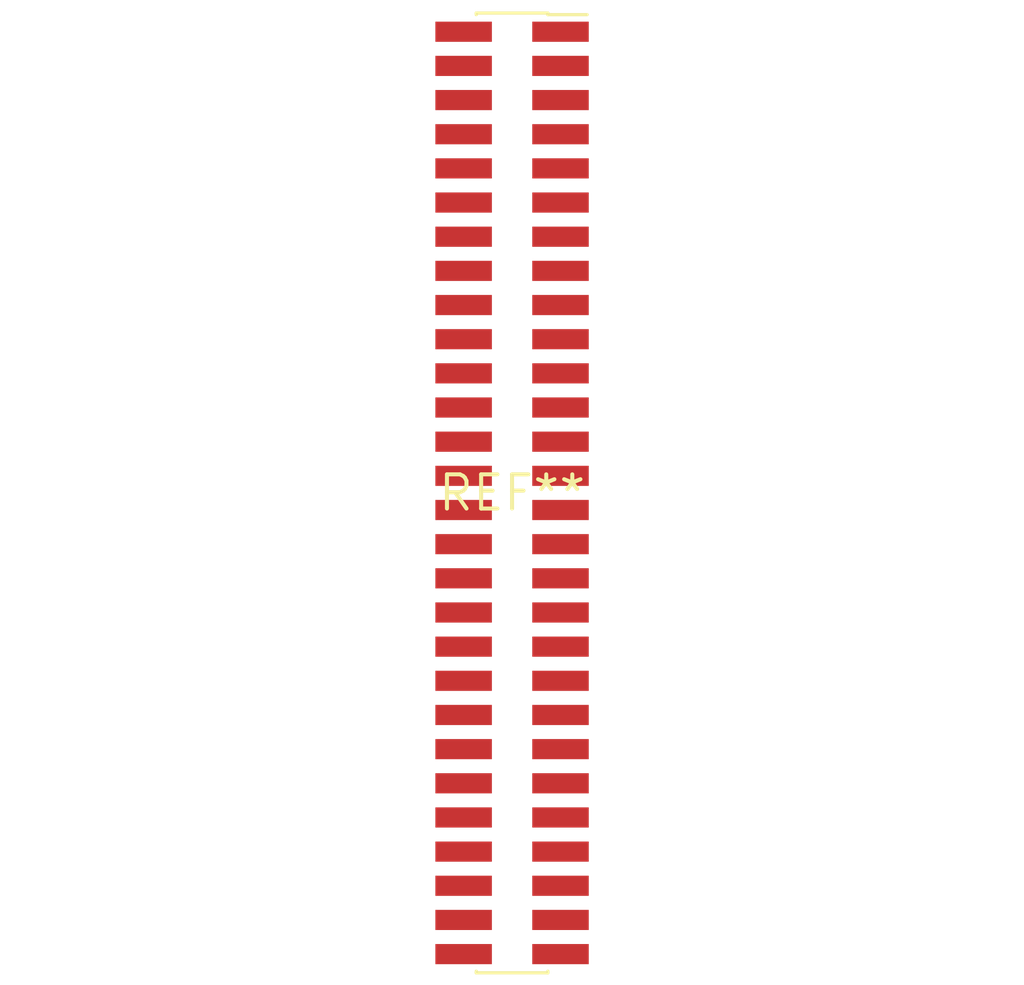
<source format=kicad_pcb>
(kicad_pcb (version 20240108) (generator pcbnew)
  (layers (0 "F.Cu" signal) (31 "B.Cu" signal) (34 "B.Paste" user) (35 "F.Paste" user) (36 "B.SilkS" user "B.Silkscreen") (37 "F.SilkS" user "F.Silkscreen") (38 "B.Mask" user) (39 "F.Mask" user) (44 "Edge.Cuts" user))
  (net 0 "")
  (footprint "PinSocket_2x28_P1.27mm_Vertical_SMD" (layer "F.Cu") (at 0 0)
    (property "Reference" "REF**")
    (property "Value" "PinSocket_2x28_P1.27mm_Vertical_SMD")
    (fp_line (start -1.33 -17.84) (end -1.33 -17.78) (layer "F.SilkS") (stroke (width 0.12)))
    (fp_line (start -1.33 -17.84) (end 1.33 -17.84) (layer "F.SilkS") (stroke (width 0.12)))
    (fp_line (start -1.33 17.78) (end -1.33 17.84) (layer "F.SilkS") (stroke (width 0.12)))
    (fp_line (start -1.33 17.84) (end 1.33 17.84) (layer "F.SilkS") (stroke (width 0.12)))
    (fp_line (start 1.33 -17.84) (end 1.33 -17.78) (layer "F.SilkS") (stroke (width 0.12)))
    (fp_line (start 1.33 -17.78) (end 2.79 -17.78) (layer "F.SilkS") (stroke (width 0.12)))
    (fp_line (start 1.33 17.78) (end 1.33 17.84) (layer "F.SilkS") (stroke (width 0.12)))
    (pad "1" smd rect (at 1.8 -17.145) (size 2.1 0.75) (layers "F.Cu" "F.Paste" "F.Mask"))
    (pad "2" smd rect (at -1.8 -17.145) (size 2.1 0.75) (layers "F.Cu" "F.Paste" "F.Mask"))
    (pad "3" smd rect (at 1.8 -15.875) (size 2.1 0.75) (layers "F.Cu" "F.Paste" "F.Mask"))
    (pad "4" smd rect (at -1.8 -15.875) (size 2.1 0.75) (layers "F.Cu" "F.Paste" "F.Mask"))
    (pad "5" smd rect (at 1.8 -14.605) (size 2.1 0.75) (layers "F.Cu" "F.Paste" "F.Mask"))
    (pad "6" smd rect (at -1.8 -14.605) (size 2.1 0.75) (layers "F.Cu" "F.Paste" "F.Mask"))
    (pad "7" smd rect (at 1.8 -13.335) (size 2.1 0.75) (layers "F.Cu" "F.Paste" "F.Mask"))
    (pad "8" smd rect (at -1.8 -13.335) (size 2.1 0.75) (layers "F.Cu" "F.Paste" "F.Mask"))
    (pad "9" smd rect (at 1.8 -12.065) (size 2.1 0.75) (layers "F.Cu" "F.Paste" "F.Mask"))
    (pad "10" smd rect (at -1.8 -12.065) (size 2.1 0.75) (layers "F.Cu" "F.Paste" "F.Mask"))
    (pad "11" smd rect (at 1.8 -10.795) (size 2.1 0.75) (layers "F.Cu" "F.Paste" "F.Mask"))
    (pad "12" smd rect (at -1.8 -10.795) (size 2.1 0.75) (layers "F.Cu" "F.Paste" "F.Mask"))
    (pad "13" smd rect (at 1.8 -9.525) (size 2.1 0.75) (layers "F.Cu" "F.Paste" "F.Mask"))
    (pad "14" smd rect (at -1.8 -9.525) (size 2.1 0.75) (layers "F.Cu" "F.Paste" "F.Mask"))
    (pad "15" smd rect (at 1.8 -8.255) (size 2.1 0.75) (layers "F.Cu" "F.Paste" "F.Mask"))
    (pad "16" smd rect (at -1.8 -8.255) (size 2.1 0.75) (layers "F.Cu" "F.Paste" "F.Mask"))
    (pad "17" smd rect (at 1.8 -6.985) (size 2.1 0.75) (layers "F.Cu" "F.Paste" "F.Mask"))
    (pad "18" smd rect (at -1.8 -6.985) (size 2.1 0.75) (layers "F.Cu" "F.Paste" "F.Mask"))
    (pad "19" smd rect (at 1.8 -5.715) (size 2.1 0.75) (layers "F.Cu" "F.Paste" "F.Mask"))
    (pad "20" smd rect (at -1.8 -5.715) (size 2.1 0.75) (layers "F.Cu" "F.Paste" "F.Mask"))
    (pad "21" smd rect (at 1.8 -4.445) (size 2.1 0.75) (layers "F.Cu" "F.Paste" "F.Mask"))
    (pad "22" smd rect (at -1.8 -4.445) (size 2.1 0.75) (layers "F.Cu" "F.Paste" "F.Mask"))
    (pad "23" smd rect (at 1.8 -3.175) (size 2.1 0.75) (layers "F.Cu" "F.Paste" "F.Mask"))
    (pad "24" smd rect (at -1.8 -3.175) (size 2.1 0.75) (layers "F.Cu" "F.Paste" "F.Mask"))
    (pad "25" smd rect (at 1.8 -1.905) (size 2.1 0.75) (layers "F.Cu" "F.Paste" "F.Mask"))
    (pad "26" smd rect (at -1.8 -1.905) (size 2.1 0.75) (layers "F.Cu" "F.Paste" "F.Mask"))
    (pad "27" smd rect (at 1.8 -0.635) (size 2.1 0.75) (layers "F.Cu" "F.Paste" "F.Mask"))
    (pad "28" smd rect (at -1.8 -0.635) (size 2.1 0.75) (layers "F.Cu" "F.Paste" "F.Mask"))
    (pad "29" smd rect (at 1.8 0.635) (size 2.1 0.75) (layers "F.Cu" "F.Paste" "F.Mask"))
    (pad "30" smd rect (at -1.8 0.635) (size 2.1 0.75) (layers "F.Cu" "F.Paste" "F.Mask"))
    (pad "31" smd rect (at 1.8 1.905) (size 2.1 0.75) (layers "F.Cu" "F.Paste" "F.Mask"))
    (pad "32" smd rect (at -1.8 1.905) (size 2.1 0.75) (layers "F.Cu" "F.Paste" "F.Mask"))
    (pad "33" smd rect (at 1.8 3.175) (size 2.1 0.75) (layers "F.Cu" "F.Paste" "F.Mask"))
    (pad "34" smd rect (at -1.8 3.175) (size 2.1 0.75) (layers "F.Cu" "F.Paste" "F.Mask"))
    (pad "35" smd rect (at 1.8 4.445) (size 2.1 0.75) (layers "F.Cu" "F.Paste" "F.Mask"))
    (pad "36" smd rect (at -1.8 4.445) (size 2.1 0.75) (layers "F.Cu" "F.Paste" "F.Mask"))
    (pad "37" smd rect (at 1.8 5.715) (size 2.1 0.75) (layers "F.Cu" "F.Paste" "F.Mask"))
    (pad "38" smd rect (at -1.8 5.715) (size 2.1 0.75) (layers "F.Cu" "F.Paste" "F.Mask"))
    (pad "39" smd rect (at 1.8 6.985) (size 2.1 0.75) (layers "F.Cu" "F.Paste" "F.Mask"))
    (pad "40" smd rect (at -1.8 6.985) (size 2.1 0.75) (layers "F.Cu" "F.Paste" "F.Mask"))
    (pad "41" smd rect (at 1.8 8.255) (size 2.1 0.75) (layers "F.Cu" "F.Paste" "F.Mask"))
    (pad "42" smd rect (at -1.8 8.255) (size 2.1 0.75) (layers "F.Cu" "F.Paste" "F.Mask"))
    (pad "43" smd rect (at 1.8 9.525) (size 2.1 0.75) (layers "F.Cu" "F.Paste" "F.Mask"))
    (pad "44" smd rect (at -1.8 9.525) (size 2.1 0.75) (layers "F.Cu" "F.Paste" "F.Mask"))
    (pad "45" smd rect (at 1.8 10.795) (size 2.1 0.75) (layers "F.Cu" "F.Paste" "F.Mask"))
    (pad "46" smd rect (at -1.8 10.795) (size 2.1 0.75) (layers "F.Cu" "F.Paste" "F.Mask"))
    (pad "47" smd rect (at 1.8 12.065) (size 2.1 0.75) (layers "F.Cu" "F.Paste" "F.Mask"))
    (pad "48" smd rect (at -1.8 12.065) (size 2.1 0.75) (layers "F.Cu" "F.Paste" "F.Mask"))
    (pad "49" smd rect (at 1.8 13.335) (size 2.1 0.75) (layers "F.Cu" "F.Paste" "F.Mask"))
    (pad "50" smd rect (at -1.8 13.335) (size 2.1 0.75) (layers "F.Cu" "F.Paste" "F.Mask"))
    (pad "51" smd rect (at 1.8 14.605) (size 2.1 0.75) (layers "F.Cu" "F.Paste" "F.Mask"))
    (pad "52" smd rect (at -1.8 14.605) (size 2.1 0.75) (layers "F.Cu" "F.Paste" "F.Mask"))
    (pad "53" smd rect (at 1.8 15.875) (size 2.1 0.75) (layers "F.Cu" "F.Paste" "F.Mask"))
    (pad "54" smd rect (at -1.8 15.875) (size 2.1 0.75) (layers "F.Cu" "F.Paste" "F.Mask"))
    (pad "55" smd rect (at 1.8 17.145) (size 2.1 0.75) (layers "F.Cu" "F.Paste" "F.Mask"))
    (pad "56" smd rect (at -1.8 17.145) (size 2.1 0.75) (layers "F.Cu" "F.Paste" "F.Mask"))
  )
)
</source>
